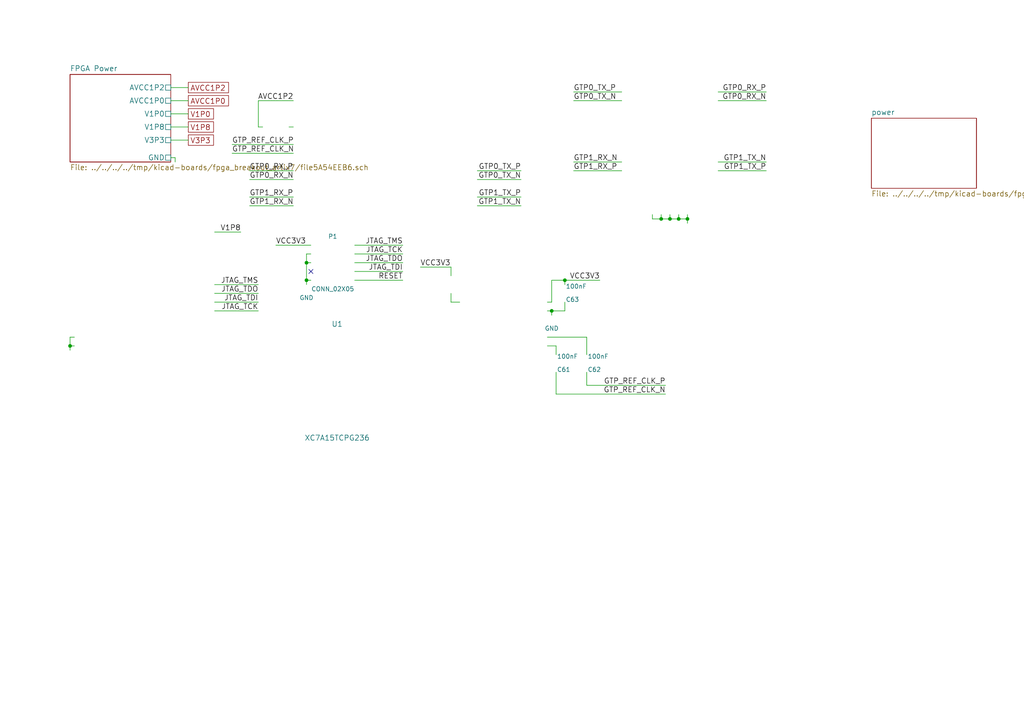
<source format=kicad_sch>
(kicad_sch (version 20230121) (generator eeschema)
  (paper "A4")
  (lib_symbols)
  (junction (at 163.83 81.28))
  (junction (at 160.02 90.17))
  (junction (at 20.32 100.33))
  (junction (at 196.85 63.5))
  (junction (at 191.77 63.5))
  (junction (at 199.39 63.5))
  (junction (at 88.9 76.2))
  (junction (at 88.9 81.28))
  (junction (at 194.31 63.5))
  (no_connect (at 90.17 78.74))
  (wire (pts (xy 20.32 97.79) (xy 20.32 100.33)))
  (wire (pts (xy 180.34 26.67) (xy 166.37 26.67)))
  (wire (pts (xy 161.29 100.33) (xy 161.29 102.87)))
  (wire (pts (xy 90.17 73.66) (xy 88.9 73.66)))
  (wire (pts (xy 160.02 81.28) (xy 163.83 81.28)))
  (wire (pts (xy 163.83 81.28) (xy 173.99 81.28)))
  (wire (pts (xy 193.04 111.76) (xy 170.18 111.76)))
  (wire (pts (xy 208.28 26.67) (xy 222.25 26.67)))
  (wire (pts (xy 121.92 77.47) (xy 130.81 77.47)))
  (wire (pts (xy 102.87 81.28) (xy 116.84 81.28)))
  (wire (pts (xy 49.53 40.64) (xy 54.61 40.64)))
  (wire (pts (xy 90.17 76.2) (xy 88.9 76.2)))
  (wire (pts (xy 138.43 57.15) (xy 151.13 57.15)))
  (wire (pts (xy 85.09 36.83) (xy 83.82 36.83)))
  (wire (pts (xy 208.28 49.53) (xy 222.25 49.53)))
  (wire (pts (xy 130.81 87.63) (xy 133.35 87.63)))
  (wire (pts (xy 160.02 90.17) (xy 163.83 90.17)))
  (wire (pts (xy 191.77 63.5) (xy 194.31 63.5)))
  (wire (pts (xy 160.02 90.17) (xy 160.02 91.44)))
  (wire (pts (xy 116.84 78.74) (xy 102.87 78.74)))
  (wire (pts (xy 49.53 45.72) (xy 50.8 45.72)))
  (wire (pts (xy 158.75 97.79) (xy 170.18 97.79)))
  (wire (pts (xy 20.32 100.33) (xy 20.32 101.6)))
  (wire (pts (xy 102.87 73.66) (xy 116.84 73.66)))
  (wire (pts (xy 69.85 67.31) (xy 62.23 67.31)))
  (wire (pts (xy 189.23 63.5) (xy 191.77 63.5)))
  (wire (pts (xy 161.29 107.95) (xy 161.29 114.3)))
  (wire (pts (xy 161.29 114.3) (xy 193.04 114.3)))
  (wire (pts (xy 170.18 111.76) (xy 170.18 107.95)))
  (wire (pts (xy 194.31 63.5) (xy 196.85 63.5)))
  (wire (pts (xy 72.39 52.07) (xy 85.09 52.07)))
  (wire (pts (xy 180.34 49.53) (xy 166.37 49.53)))
  (wire (pts (xy 90.17 71.12) (xy 80.01 71.12)))
  (wire (pts (xy 196.85 62.23) (xy 196.85 63.5)))
  (wire (pts (xy 88.9 76.2) (xy 88.9 81.28)))
  (wire (pts (xy 138.43 49.53) (xy 151.13 49.53)))
  (wire (pts (xy 72.39 59.69) (xy 85.09 59.69)))
  (wire (pts (xy 72.39 49.53) (xy 85.09 49.53)))
  (wire (pts (xy 138.43 52.07) (xy 151.13 52.07)))
  (wire (pts (xy 88.9 81.28) (xy 88.9 82.55)))
  (wire (pts (xy 21.59 97.79) (xy 20.32 97.79)))
  (wire (pts (xy 180.34 29.21) (xy 166.37 29.21)))
  (wire (pts (xy 76.2 36.83) (xy 74.93 36.83)))
  (wire (pts (xy 199.39 63.5) (xy 199.39 64.77)))
  (wire (pts (xy 163.83 90.17) (xy 163.83 87.63)))
  (wire (pts (xy 180.34 46.99) (xy 166.37 46.99)))
  (wire (pts (xy 74.93 36.83) (xy 74.93 29.21)))
  (wire (pts (xy 138.43 59.69) (xy 151.13 59.69)))
  (wire (pts (xy 49.53 33.02) (xy 54.61 33.02)))
  (wire (pts (xy 54.61 36.83) (xy 49.53 36.83)))
  (wire (pts (xy 62.23 85.09) (xy 74.93 85.09)))
  (wire (pts (xy 102.87 71.12) (xy 116.84 71.12)))
  (wire (pts (xy 72.39 57.15) (xy 85.09 57.15)))
  (wire (pts (xy 102.87 76.2) (xy 116.84 76.2)))
  (wire (pts (xy 62.23 87.63) (xy 74.93 87.63)))
  (wire (pts (xy 208.28 29.21) (xy 222.25 29.21)))
  (wire (pts (xy 158.75 87.63) (xy 160.02 87.63)))
  (wire (pts (xy 50.8 45.72) (xy 50.8 46.99)))
  (wire (pts (xy 85.09 44.45) (xy 67.31 44.45)))
  (wire (pts (xy 62.23 90.17) (xy 74.93 90.17)))
  (wire (pts (xy 189.23 62.23) (xy 189.23 63.5)))
  (wire (pts (xy 161.29 100.33) (xy 158.75 100.33)))
  (wire (pts (xy 158.75 90.17) (xy 160.02 90.17)))
  (wire (pts (xy 130.81 85.09) (xy 130.81 87.63)))
  (wire (pts (xy 170.18 97.79) (xy 170.18 102.87)))
  (wire (pts (xy 130.81 77.47) (xy 130.81 80.01)))
  (wire (pts (xy 85.09 41.91) (xy 67.31 41.91)))
  (wire (pts (xy 62.23 82.55) (xy 74.93 82.55)))
  (wire (pts (xy 88.9 73.66) (xy 88.9 76.2)))
  (wire (pts (xy 196.85 63.5) (xy 199.39 63.5)))
  (wire (pts (xy 191.77 62.23) (xy 191.77 63.5)))
  (wire (pts (xy 21.59 100.33) (xy 20.32 100.33)))
  (wire (pts (xy 208.28 46.99) (xy 222.25 46.99)))
  (wire (pts (xy 194.31 62.23) (xy 194.31 63.5)))
  (wire (pts (xy 163.83 82.55) (xy 163.83 81.28)))
  (wire (pts (xy 49.53 25.4) (xy 54.61 25.4)))
  (wire (pts (xy 199.39 62.23) (xy 199.39 63.5)))
  (wire (pts (xy 160.02 87.63) (xy 160.02 81.28)))
  (wire (pts (xy 88.9 81.28) (xy 90.17 81.28)))
  (wire (pts (xy 54.61 29.21) (xy 49.53 29.21)))
  (wire (pts (xy 74.93 29.21) (xy 85.09 29.21)))
  (label "AVCC1P2" (at 85.09 29.21 180) (effects (font (size 1.524 1.524))))
  (label "VCC3V3" (at 121.92 77.47 0) (effects (font (size 1.524 1.524))))
  (label "JTAG_TDI" (at 116.84 78.74 180) (effects (font (size 1.524 1.524))))
  (label "GTP1_TX_P" (at 151.13 57.15 180) (effects (font (size 1.524 1.524))))
  (label "GTP1_TX_N" (at 222.25 46.99 180) (effects (font (size 1.524 1.524))))
  (label "GTP1_RX_P" (at 166.37 49.53 0) (effects (font (size 1.524 1.524))))
  (label "JTAG_TMS" (at 116.84 71.12 180) (effects (font (size 1.524 1.524))))
  (label "JTAG_TCK" (at 116.84 73.66 180) (effects (font (size 1.524 1.524))))
  (label "GTP0_TX_N" (at 166.37 29.21 0) (effects (font (size 1.524 1.524))))
  (label "GTP0_RX_N" (at 72.39 52.07 0) (effects (font (size 1.524 1.524))))
  (label "GTP0_RX_N" (at 222.25 29.21 180) (effects (font (size 1.524 1.524))))
  (label "JTAG_TCK" (at 74.93 90.17 180) (effects (font (size 1.524 1.524))))
  (label "GTP1_TX_P" (at 222.25 49.53 180) (effects (font (size 1.524 1.524))))
  (label "GTP1_RX_N" (at 166.37 46.99 0) (effects (font (size 1.524 1.524))))
  (label "JTAG_TDI" (at 74.93 87.63 180) (effects (font (size 1.524 1.524))))
  (label "V1P8" (at 69.85 67.31 180) (effects (font (size 1.524 1.524))))
  (label "GTP0_TX_P" (at 151.13 49.53 180) (effects (font (size 1.524 1.524))))
  (label "GTP1_RX_N" (at 72.39 59.69 0) (effects (font (size 1.524 1.524))))
  (label "GTP_REF_CLK_P" (at 67.31 41.91 0) (effects (font (size 1.524 1.524))))
  (label "GTP_REF_CLK_N" (at 193.04 114.3 180) (effects (font (size 1.524 1.524))))
  (label "VCC3V3" (at 80.01 71.12 0) (effects (font (size 1.524 1.524))))
  (label "GTP0_RX_P" (at 72.39 49.53 0) (effects (font (size 1.524 1.524))))
  (label "GTP_REF_CLK_N" (at 67.31 44.45 0) (effects (font (size 1.524 1.524))))
  (label "JTAG_TDO" (at 116.84 76.2 180) (effects (font (size 1.524 1.524))))
  (label "VCC3V3" (at 173.99 81.28 180) (effects (font (size 1.524 1.524))))
  (label "GTP1_RX_P" (at 72.39 57.15 0) (effects (font (size 1.524 1.524))))
  (label "GTP0_TX_P" (at 166.37 26.67 0) (effects (font (size 1.524 1.524))))
  (label "JTAG_TDO" (at 74.93 85.09 180) (effects (font (size 1.524 1.524))))
  (label "GTP_REF_CLK_P" (at 193.04 111.76 180) (effects (font (size 1.524 1.524))))
  (label "GTP0_TX_N" (at 151.13 52.07 180) (effects (font (size 1.524 1.524))))
  (label "GTP1_TX_N" (at 151.13 59.69 180) (effects (font (size 1.524 1.524))))
  (label "JTAG_TMS" (at 74.93 82.55 180) (effects (font (size 1.524 1.524))))
  (label "GTP0_RX_P" (at 222.25 26.67 180) (effects (font (size 1.524 1.524))))
  (label "RESET" (at 116.84 81.28 180) (effects (font (size 1.524 1.524))))
  (global_label "V1P8" (shape passive) (at 54.61 36.83 0) (effects (font (size 1.524 1.524))) (property "Intersheetrefs" "${INTERSHEET_REFS}" (effects hide)))
  (global_label "AVCC1P0" (shape passive) (at 54.61 29.21 0) (effects (font (size 1.524 1.524))) (property "Intersheetrefs" "${INTERSHEET_REFS}" (effects hide)))
  (global_label "V1P0" (shape passive) (at 54.61 33.02 0) (effects (font (size 1.524 1.524))) (property "Intersheetrefs" "${INTERSHEET_REFS}" (effects hide)))
  (global_label "AVCC1P2" (shape passive) (at 54.61 25.4 0) (effects (font (size 1.524 1.524))) (property "Intersheetrefs" "${INTERSHEET_REFS}" (effects hide)))
  (global_label "V3P3" (shape passive) (at 54.61 40.64 0) (effects (font (size 1.524 1.524))) (property "Intersheetrefs" "${INTERSHEET_REFS}" (effects hide)))
  (symbol (lib_id "XC7A15TCPG236") (at 41.91 87.63 0) (unit 2)
    (property "Reference" "U1" (at 57.15 62.23 0) (effects (font (size 1.524 1.524)) (justify right top)))
    (property "Value" "XC7A15TCPG236" (at 41.91 113.03 0) (effects (font (size 1.524 1.524))))
    (property "Footprint" "NQBit.pretty:CPG236" (effects hide))
  )
  (symbol (lib_id "XC7A15TCPG236") (at 240.03 113.03 0) (unit 3)
    (property "Reference" "U1" (at 240.03 80.01 0) (effects (font (size 1.524 1.524))))
    (property "Value" "XC7A15TCPG236" (at 240.03 161.29 0) (effects (font (size 1.524 1.524))))
    (property "Footprint" "NQBit.pretty:CPG236" (effects hide))
  )
  (symbol (lib_id "XC7A15TCPG236") (at 97.79 110.49 0) (unit 4)
    (property "Reference" "U1" (at 97.79 93.98 0) (effects (font (size 1.524 1.524))))
    (property "Value" "XC7A15TCPG236" (at 97.79 127 0) (effects (font (size 1.524 1.524))))
    (property "Footprint" "NQBit.pretty:CPG236" (effects hide))
  )
  (symbol (lib_id "XC7A15TCPG236") (at 58.42 160.02 0) (unit 5)
    (property "Reference" "U1" (at 58.42 134.62 0) (effects (font (size 1.524 1.524))))
    (property "Value" "XC7A15TCPG236" (at 58.42 185.42 0) (effects (font (size 1.524 1.524))))
    (property "Footprint" "NQBit.pretty:CPG236" (effects hide))
  )
  (symbol (lib_id "XC7A15TCPG236") (at 129.54 166.37 0) (unit 6)
    (property "Reference" "U1" (at 129.54 147.32 0) (effects (font (size 1.524 1.524))))
    (property "Value" "XC7A15TCPG236" (at 129.54 185.42 0) (effects (font (size 1.524 1.524))))
    (property "Footprint" "NQBit.pretty:CPG236" (effects hide))
  )
  (symbol (lib_id "XC7A15TCPG236") (at 111.76 48.26 0) (unit 7)
    (property "Reference" "U1" (at 111.76 31.75 0) (effects (font (size 1.524 1.524))))
    (property "Value" "XC7A15TCPG236" (at 111.76 64.77 0) (effects (font (size 1.524 1.524))))
    (property "Footprint" "NQBit.pretty:CPG236" (effects hide))
  )
  (symbol (lib_id "GND") (at 50.8 46.99 0) (unit 1)
    (property "Reference" "#PWR01" (effects hide))
    (property "Value" "GND" (at 50.8 50.8 0))
  )
  (symbol (lib_id "GND") (at 20.32 101.6 0) (unit 1)
    (property "Reference" "#PWR02" (effects hide))
    (property "Value" "GND" (at 20.32 105.41 0))
  )
  (symbol (lib_id "CONN_02X05") (at 96.52 76.2 0) (unit 1)
    (property "Reference" "P1" (at 96.52 68.58 0))
    (property "Value" "CONN_02X05" (at 96.52 83.82 0))
    (property "Footprint" "Pin_Headers:Pin_Header_Straight_2x05_Pitch1.27mm_SMD" (effects hide))
  )
  (symbol (lib_id "R") (at 80.01 36.83 270) (unit 1)
    (property "Reference" "R1" (at 80.01 38.862 90))
    (property "Value" "100" (at 80.01 36.83 90))
    (property "Footprint" "Resistors_SMD:R_0402_NoSilk" (effects hide))
  )
  (symbol (lib_id "GND") (at 88.9 82.55 0) (unit 1)
    (property "Reference" "#PWR03" (effects hide))
    (property "Value" "GND" (at 88.9 86.36 0))
  )
  (symbol (lib_id "USB-C") (at 194.31 38.1 0) (unit 1)
    (property "Reference" "U3" (at 194.31 19.05 0) (effects (font (size 1.524 1.524))))
    (property "Value" "USB-C" (at 194.31 22.86 0) (effects (font (size 1.524 1.524))))
    (property "Footprint" "NQBit:USB-C_SMT" (effects hide))
  )
  (symbol (lib_id "GND") (at 199.39 64.77 0) (unit 1)
    (property "Reference" "#PWR04" (effects hide))
    (property "Value" "GND" (at 199.39 68.58 0))
  )
  (symbol (lib_id "C_Small") (at 161.29 105.41 0) (mirror x) (unit 1)
    (property "Reference" "C61" (at 161.544 107.188 0) (effects (justify left)))
    (property "Value" "100nF" (at 161.544 103.378 0) (effects (justify left)))
    (property "Footprint" "Capacitors_SMD:C_0402_NoSilk" (effects hide))
  )
  (symbol (lib_id "C_Small") (at 170.18 105.41 0) (mirror x) (unit 1)
    (property "Reference" "C62" (at 170.434 107.188 0) (effects (justify left)))
    (property "Value" "100nF" (at 170.434 103.378 0) (effects (justify left)))
    (property "Footprint" "Capacitors_SMD:C_0402_NoSilk" (effects hide))
  )
  (symbol (lib_id "DSC1123") (at 146.05 92.71 0) (unit 1)
    (property "Reference" "U4" (at 146.05 80.01 0) (effects (font (size 1.524 1.524))))
    (property "Value" "DSC1123" (at 146.05 83.82 0) (effects (font (size 1.524 1.524))))
    (property "Footprint" "NQBit:DSC1123" (effects hide))
  )
  (symbol (lib_id "R_Small") (at 130.81 82.55 0) (unit 1)
    (property "Reference" "R37" (at 131.572 82.042 0) (effects (justify left)))
    (property "Value" "10k" (at 131.572 83.566 0) (effects (justify left)))
    (property "Footprint" "Resistors_SMD:R_0402_NoSilk" (effects hide))
  )
  (symbol (lib_id "GND") (at 160.02 91.44 0) (unit 1)
    (property "Reference" "#PWR05" (effects hide))
    (property "Value" "GND" (at 160.02 95.25 0))
  )
  (symbol (lib_id "C_Small") (at 163.83 85.09 0) (mirror x) (unit 1)
    (property "Reference" "C63" (at 164.084 86.868 0) (effects (justify left)))
    (property "Value" "100nF" (at 164.084 83.058 0) (effects (justify left)))
    (property "Footprint" "Capacitors_SMD:C_0402_NoSilk" (effects hide))
  )
  (sheet (at 20.32 21.59) (size 29.21 25.4)
    (property "Sheetname" "FPGA Power" (at 20.32 20.7514 0) (effects (font (size 1.524 1.524)) (justify left bottom)))
    (property "Sheetfile" "../../../../tmp/kicad-boards/fpga_breakout_artix7/file5A54EEB6.sch" (at 20.32 47.6762 0) (effects (font (size 1.524 1.524)) (justify left top)))
    (pin "GND" passive (at 49.53 45.72 0) (effects (font (size 1.524 1.524))))
    (pin "AVCC1P2" passive (at 49.53 25.4 0) (effects (font (size 1.524 1.524))))
    (pin "AVCC1P0" passive (at 49.53 29.21 0) (effects (font (size 1.524 1.524))))
    (pin "V1P0" passive (at 49.53 33.02 0) (effects (font (size 1.524 1.524))))
    (pin "V1P8" passive (at 49.53 36.83 0) (effects (font (size 1.524 1.524))))
    (pin "V3P3" passive (at 49.53 40.64 0) (effects (font (size 1.524 1.524))))
  )
  (sheet (at 252.73 34.29) (size 30.48 20.32)
    (property "Sheetname" "power" (at 252.73 33.4514 0) (effects (font (size 1.524 1.524)) (justify left bottom)))
    (property "Sheetfile" "../../../../tmp/kicad-boards/fpga_breakout_artix7/power.sch" (at 252.73 55.2962 0) (effects (font (size 1.524 1.524)) (justify left top)))
  )
)
</source>
